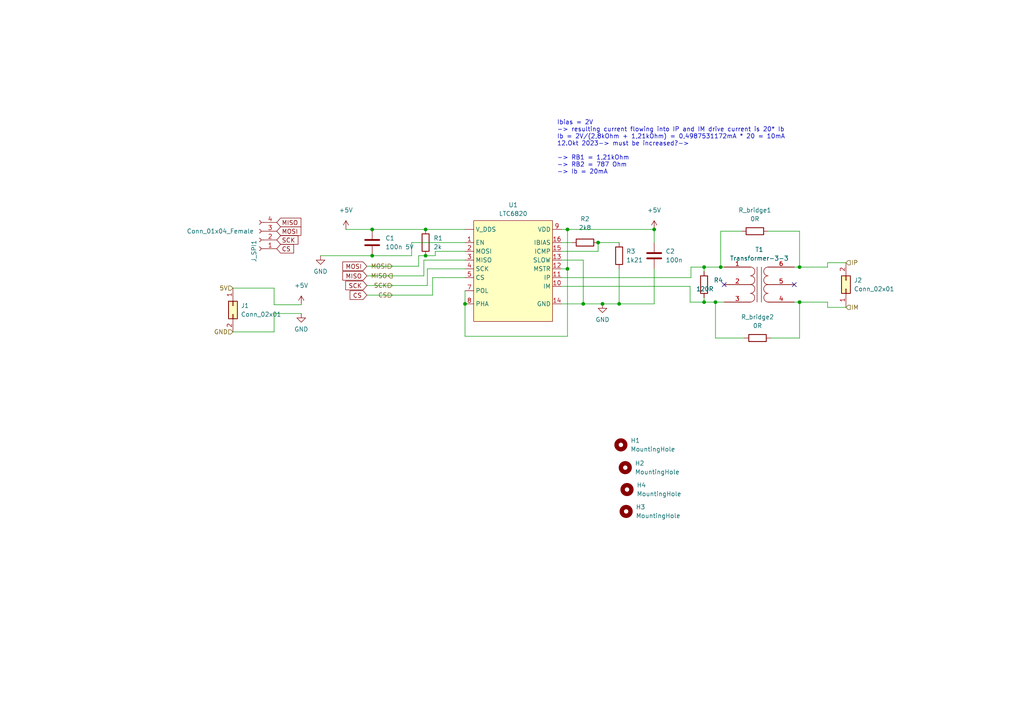
<source format=kicad_sch>
(kicad_sch (version 20230121) (generator eeschema)
  (paper "A4")
  (lib_symbols
    (symbol "Connector:Conn_01x04_Female" (pin_names (offset 1.016) hide)
      (property "Reference" "J" (at 0 5.08 0))
      (property "Value" "Conn_01x04_Female" (at 0 -7.62 0))
      (symbol "Conn_01x04_Female_1_1"
        (arc (start 0 -4.572) (mid -0.5058 -5.08) (end 0 -5.588) (stroke (width 0.1524)))
        (arc (start 0 -2.032) (mid -0.5058 -2.54) (end 0 -3.048) (stroke (width 0.1524)))
        (polyline (pts (xy -1.27 -5.08) (xy -0.508 -5.08)) (stroke (width 0.1524)))
        (polyline (pts (xy -1.27 -2.54) (xy -0.508 -2.54)) (stroke (width 0.1524)))
        (polyline (pts (xy -1.27 0) (xy -0.508 0)) (stroke (width 0.1524)))
        (polyline (pts (xy -1.27 2.54) (xy -0.508 2.54)) (stroke (width 0.1524)))
        (arc (start 0 0.508) (mid -0.5058 0) (end 0 -0.508) (stroke (width 0.1524)))
        (arc (start 0 3.048) (mid -0.5058 2.54) (end 0 2.032) (stroke (width 0.1524)))
        (pin passive line (at -5.08 2.54 0) (length 3.81) (name "Pin_1") (number "1"))
        (pin passive line (at -5.08 0 0) (length 3.81) (name "Pin_2") (number "2"))
        (pin passive line (at -5.08 -2.54 0) (length 3.81) (name "Pin_3") (number "3"))
        (pin passive line (at -5.08 -5.08 0) (length 3.81) (name "Pin_4") (number "4"))
      )
    )
    (symbol "Connector_Generic:Conn_02x01" (pin_names (offset 1.016) hide)
      (property "Reference" "J" (at 1.27 2.54 0))
      (property "Value" "Conn_02x01" (at 1.27 -2.54 0))
      (symbol "Conn_02x01_1_1"
        (rectangle (start -1.27 0.127) (end 0 -0.127) (stroke (width 0.1524)))
        (rectangle (start -1.27 1.27) (end 3.81 -1.27) (stroke (width 0.254)) (fill (type background)))
        (rectangle (start 3.81 0.127) (end 2.54 -0.127) (stroke (width 0.1524)))
        (pin passive line (at -5.08 0 0) (length 3.81) (name "Pin_1") (number "1"))
        (pin passive line (at 7.62 0 180) (length 3.81) (name "Pin_2") (number "2"))
      )
    )
    (symbol "Device:C" (pin_numbers hide) (pin_names (offset 0.254))
      (property "Reference" "C" (at 0.635 2.54 0))
      (property "Value" "C" (at 0.635 -2.54 0))
      (symbol "C_0_1"
        (polyline (pts (xy -2.032 -0.762) (xy 2.032 -0.762)) (stroke (width 0.508)))
        (polyline (pts (xy -2.032 0.762) (xy 2.032 0.762)) (stroke (width 0.508)))
      )
      (symbol "C_1_1"
        (pin passive line (at 0 3.81 270) (length 2.794) (name "~") (number "1"))
        (pin passive line (at 0 -3.81 90) (length 2.794) (name "~") (number "2"))
      )
    )
    (symbol "Device:R" (pin_numbers hide) (pin_names (offset 0))
      (property "Reference" "R" (at 2.032 0 90))
      (property "Value" "R" (at 0 0 90))
      (symbol "R_0_1"
        (rectangle (start -1.016 -2.54) (end 1.016 2.54) (stroke (width 0.254)))
      )
      (symbol "R_1_1"
        (pin passive line (at 0 3.81 270) (length 1.27) (name "~") (number "1"))
        (pin passive line (at 0 -3.81 90) (length 1.27) (name "~") (number "2"))
      )
    )
    (symbol "Mechanical:MountingHole" (pin_names (offset 1.016))
      (property "Reference" "H" (at 0 5.08 0))
      (property "Value" "MountingHole" (at 0 3.175 0))
      (symbol "MountingHole_0_1"
        (circle (center 0 0) (radius 1.27) (stroke (width 1.27)))
      )
    )
    (symbol "ProjectSymbl:LTC6820"
      (property "Reference" "U" (at 0 0 0))
      (property "Value" "LTC6820" (at 0 2.54 0))
      (symbol "LTC6820_0_1"
        (rectangle (start -11.43 -2.54) (end 11.43 -31.75) (fill (type background)))
      )
      (symbol "LTC6820_1_1"
        (pin input line (at -13.97 -5.08 0) (length 2.54) (name "V_DDS") (number ""))
        (pin input line (at -13.97 -8.89 0) (length 2.54) (name "EN") (number "1"))
        (pin input line (at 13.97 -21.59 180) (length 2.54) (name "IM") (number "10"))
        (pin input line (at 13.97 -19.05 180) (length 2.54) (name "IP") (number "11"))
        (pin input line (at 13.97 -16.51 180) (length 2.54) (name "MSTR") (number "12"))
        (pin input line (at 13.97 -13.97 180) (length 2.54) (name "SLOW") (number "13"))
        (pin input line (at 13.97 -26.67 180) (length 2.54) (name "GND") (number "14"))
        (pin input line (at 13.97 -11.43 180) (length 2.54) (name "ICMP") (number "15"))
        (pin input line (at 13.97 -8.89 180) (length 2.54) (name "IBIAS") (number "16"))
        (pin input line (at -13.97 -11.43 0) (length 2.54) (name "MOSI") (number "2"))
        (pin input line (at -13.97 -13.97 0) (length 2.54) (name "MISO") (number "3"))
        (pin input line (at -13.97 -16.51 0) (length 2.54) (name "SCK") (number "4"))
        (pin input line (at -13.97 -19.05 0) (length 2.54) (name "CS") (number "5"))
        (pin input line (at -13.97 -22.86 0) (length 2.54) (name "POL") (number "7"))
        (pin input line (at -13.97 -26.67 0) (length 2.54) (name "PHA") (number "8"))
        (pin input line (at 13.97 -5.08 180) (length 2.54) (name "VDD") (number "9"))
      )
    )
    (symbol "ProjectSymbl:Transformer-3-3" (pin_names (offset 1.016) hide)
      (property "Reference" "T" (at 0 6.35 0))
      (property "Value" "Transformer-3-3" (at 0 -7.62 0))
      (symbol "Transformer-3-3_0_1"
        (arc (start -2.5654 -5.0546) (mid -1.6851 -4.6902) (end -1.3208 -3.81))
        (arc (start -2.54 -2.5146) (mid -1.6599 -2.1501) (end -1.2954 -1.27))
        (arc (start -2.54 0.0254) (mid -1.6599 0.3899) (end -1.2954 1.27))
        (arc (start -2.54 2.5654) (mid -1.6599 2.9299) (end -1.2954 3.81))
        (arc (start -1.3208 -3.81) (mid -1.6711 -2.9085) (end -2.5654 -2.54))
        (arc (start -1.2954 -1.27) (mid -1.6457 -0.3683) (end -2.54 0))
        (arc (start -1.2954 1.27) (mid -1.6457 2.1717) (end -2.54 2.54))
        (arc (start -1.2954 3.81) (mid -1.6457 4.7117) (end -2.54 5.08))
        (polyline (pts (xy -0.635 5.08) (xy -0.635 -5.08)))
        (polyline (pts (xy 0.635 -5.08) (xy 0.635 5.08)))
        (arc (start 1.2954 -1.27) (mid 1.6599 -2.1501) (end 2.54 -2.5146))
        (arc (start 1.2954 1.27) (mid 1.6599 0.3899) (end 2.54 0.0254))
        (arc (start 1.2954 3.81) (mid 1.6599 2.9299) (end 2.54 2.5654))
        (arc (start 1.3208 -3.81) (mid 1.6853 -4.6901) (end 2.5654 -5.0546))
        (arc (start 2.54 0) (mid 1.642 -0.372) (end 1.2954 -1.27))
        (arc (start 2.54 2.54) (mid 1.642 2.168) (end 1.2954 1.27))
        (arc (start 2.54 5.08) (mid 1.642 4.708) (end 1.2954 3.81))
        (arc (start 2.5654 -2.54) (mid 1.6674 -2.912) (end 1.3208 -3.81))
      )
      (symbol "Transformer-3-3_1_1"
        (pin passive line (at -10.16 5.08 0) (length 7.62) (name "SB") (number "1"))
        (pin passive line (at -10.16 0 0) (length 7.62) (name "SC") (number "2"))
        (pin passive line (at -10.16 -5.08 0) (length 7.62) (name "SA") (number "3"))
        (pin passive line (at 10.16 -5.08 180) (length 7.62) (name "SA") (number "4"))
        (pin passive line (at 10.16 0 180) (length 7.62) (name "SC") (number "5"))
        (pin passive line (at 10.16 5.08 180) (length 7.62) (name "SB") (number "6"))
      )
    )
    (symbol "power:+5V" (power) (pin_names (offset 0))
      (property "Value" "+5V" (at 0 3.556 0))
      (symbol "+5V_0_1"
        (polyline (pts (xy -0.762 1.27) (xy 0 2.54)))
        (polyline (pts (xy 0 0) (xy 0 2.54)))
        (polyline (pts (xy 0 2.54) (xy 0.762 1.27)))
      )
      (symbol "+5V_1_1"
        (pin power_in line (at 0 0 90) (length 0) hide (name "+5V") (number "1"))
      )
    )
    (symbol "power:GND" (power) (pin_names (offset 0))
      (property "Value" "GND" (at 0 -3.81 0))
      (symbol "GND_0_1"
        (polyline (pts (xy 0 0) (xy 0 -1.27) (xy 1.27 -1.27) (xy 0 -2.54) (xy -1.27 -1.27) (xy 0 -1.27)))
      )
      (symbol "GND_1_1"
        (pin power_in line (at 0 0 270) (length 0) hide (name "GND") (number "1"))
      )
    )
  )
  (junction (at 207.518 87.63))
  (junction (at 123.444 66.548))
  (junction (at 107.95 74.168))
  (junction (at 134.874 88.138))
  (junction (at 164.592 77.978))
  (junction (at 174.752 88.138))
  (junction (at 169.164 88.138))
  (junction (at 231.902 87.63))
  (junction (at 179.578 88.138))
  (junction (at 204.216 87.63))
  (junction (at 231.902 77.47))
  (junction (at 123.444 74.168))
  (junction (at 189.738 66.548))
  (junction (at 164.592 66.548))
  (junction (at 107.95 66.548))
  (junction (at 209.042 77.47))
  (junction (at 204.216 77.47))
  (junction (at 173.482 70.358))
  (no_connect (at 210.058 82.55))
  (no_connect (at 230.378 82.55))
  (wire (pts (xy 207.518 87.63) (xy 210.058 87.63)))
  (wire (pts (xy 200.152 87.63) (xy 204.216 87.63)))
  (wire (pts (xy 125.476 80.518) (xy 125.476 85.598)))
  (wire (pts (xy 122.936 75.438) (xy 122.936 80.01)))
  (wire (pts (xy 164.592 97.536) (xy 164.592 77.978)))
  (wire (pts (xy 106.426 77.216) (xy 121.412 77.216)))
  (wire (pts (xy 189.738 66.548) (xy 189.738 70.358)))
  (wire (pts (xy 209.042 67.056) (xy 215.138 67.056)))
  (wire (pts (xy 240.03 76.2) (xy 245.364 76.2)))
  (wire (pts (xy 245.364 89.154) (xy 245.364 88.9)))
  (wire (pts (xy 134.874 88.138) (xy 134.874 97.536)))
  (wire (pts (xy 179.578 88.138) (xy 174.752 88.138)))
  (wire (pts (xy 162.814 75.438) (xy 169.164 75.438)))
  (wire (pts (xy 204.216 77.47) (xy 204.216 78.74)))
  (wire (pts (xy 79.502 90.932) (xy 87.376 90.932)))
  (wire (pts (xy 79.502 83.566) (xy 67.564 83.566)))
  (wire (pts (xy 231.902 77.47) (xy 240.03 77.47)))
  (wire (pts (xy 134.874 97.536) (xy 164.592 97.536)))
  (wire (pts (xy 122.936 80.01) (xy 106.426 80.01)))
  (wire (pts (xy 164.592 77.978) (xy 162.814 77.978)))
  (wire (pts (xy 107.95 66.548) (xy 123.444 66.548)))
  (wire (pts (xy 162.814 72.898) (xy 173.482 72.898)))
  (wire (pts (xy 240.03 87.63) (xy 240.03 89.154)))
  (wire (pts (xy 215.9 98.044) (xy 207.518 98.044)))
  (wire (pts (xy 92.964 74.168) (xy 107.95 74.168)))
  (wire (pts (xy 67.564 96.266) (xy 79.502 96.266)))
  (wire (pts (xy 106.426 82.804) (xy 123.952 82.804)))
  (wire (pts (xy 231.902 87.63) (xy 240.03 87.63)))
  (wire (pts (xy 125.476 85.598) (xy 106.426 85.598)))
  (wire (pts (xy 107.95 74.168) (xy 119.38 74.168)))
  (wire (pts (xy 174.752 88.138) (xy 169.164 88.138)))
  (wire (pts (xy 204.216 87.63) (xy 207.518 87.63)))
  (wire (pts (xy 230.378 77.47) (xy 231.902 77.47)))
  (wire (pts (xy 79.502 88.392) (xy 79.502 83.566)))
  (wire (pts (xy 200.406 77.47) (xy 204.216 77.47)))
  (wire (pts (xy 121.412 74.168) (xy 121.412 77.216)))
  (wire (pts (xy 169.164 75.438) (xy 169.164 88.138)))
  (wire (pts (xy 179.578 77.978) (xy 179.578 88.138)))
  (wire (pts (xy 134.874 80.518) (xy 125.476 80.518)))
  (wire (pts (xy 189.738 77.978) (xy 189.738 88.138)))
  (wire (pts (xy 207.518 87.63) (xy 207.518 98.044)))
  (wire (pts (xy 169.164 88.138) (xy 162.814 88.138)))
  (wire (pts (xy 204.216 86.36) (xy 204.216 87.63)))
  (wire (pts (xy 134.874 84.328) (xy 134.874 88.138)))
  (wire (pts (xy 231.902 67.056) (xy 231.902 77.47)))
  (wire (pts (xy 134.874 77.978) (xy 123.952 77.978)))
  (wire (pts (xy 162.814 80.518) (xy 200.406 80.518)))
  (wire (pts (xy 100.33 66.548) (xy 107.95 66.548)))
  (wire (pts (xy 164.592 66.548) (xy 162.814 66.548)))
  (wire (pts (xy 126.238 72.898) (xy 126.238 74.168)))
  (wire (pts (xy 200.152 83.058) (xy 200.152 87.63)))
  (wire (pts (xy 123.444 66.548) (xy 134.874 66.548)))
  (wire (pts (xy 240.03 77.47) (xy 240.03 76.2)))
  (wire (pts (xy 79.502 96.266) (xy 79.502 90.932)))
  (wire (pts (xy 164.592 66.548) (xy 189.738 66.548)))
  (wire (pts (xy 134.874 70.358) (xy 119.38 70.358)))
  (wire (pts (xy 209.042 77.47) (xy 209.042 67.056)))
  (wire (pts (xy 173.482 72.898) (xy 173.482 70.358)))
  (wire (pts (xy 231.902 87.63) (xy 231.902 98.044)))
  (wire (pts (xy 209.042 77.47) (xy 210.058 77.47)))
  (wire (pts (xy 134.874 72.898) (xy 126.238 72.898)))
  (wire (pts (xy 134.874 75.438) (xy 122.936 75.438)))
  (wire (pts (xy 240.03 89.154) (xy 245.364 89.154)))
  (wire (pts (xy 200.406 80.518) (xy 200.406 77.47)))
  (wire (pts (xy 119.38 70.358) (xy 119.38 74.168)))
  (wire (pts (xy 222.758 67.056) (xy 231.902 67.056)))
  (wire (pts (xy 126.238 74.168) (xy 123.444 74.168)))
  (wire (pts (xy 189.738 88.138) (xy 179.578 88.138)))
  (wire (pts (xy 231.902 98.044) (xy 223.52 98.044)))
  (wire (pts (xy 123.444 74.168) (xy 121.412 74.168)))
  (wire (pts (xy 173.482 70.358) (xy 179.578 70.358)))
  (wire (pts (xy 204.216 77.47) (xy 209.042 77.47)))
  (wire (pts (xy 79.502 88.392) (xy 87.376 88.392)))
  (wire (pts (xy 164.592 77.978) (xy 164.592 66.548)))
  (wire (pts (xy 230.378 87.63) (xy 231.902 87.63)))
  (wire (pts (xy 162.814 83.058) (xy 200.152 83.058)))
  (wire (pts (xy 162.814 70.358) (xy 165.862 70.358)))
  (wire (pts (xy 123.952 82.804) (xy 123.952 77.978)))
  (text "Ibias = 2V\n-> resulting current flowing into IP and IM drive current is 20* Ib\nIb = 2V/(2,8kOhm + 1,21kOhm) = 0,4987531172mA * 20 = 10mA\n12.Okt 2023-> must be increased?->\n\n-> RB1 = 1,21kOhm \n-> RB2 = 787 Ohm\n-> Ib = 20mA\n" (at 161.544 50.673 0) (effects (font (size 1.27 1.27)) (justify left bottom)))
  (global_label "CS" (shape input) (at 106.426 85.598 180) (property "Intersheetrefs" "${INTERSHEET_REFS}" (effects hide)))
  (global_label "MISO" (shape input) (at 80.264 64.516 0) (property "Intersheetrefs" "${INTERSHEET_REFS}" (effects hide)))
  (global_label "MISO" (shape input) (at 106.426 80.01 180) (property "Intersheetrefs" "${INTERSHEET_REFS}" (effects hide)))
  (global_label "SCK" (shape input) (at 80.264 69.596 0) (property "Intersheetrefs" "${INTERSHEET_REFS}" (effects hide)))
  (global_label "MOSI" (shape input) (at 80.264 67.056 0) (property "Intersheetrefs" "${INTERSHEET_REFS}" (effects hide)))
  (global_label "SCK" (shape input) (at 106.426 82.804 180) (property "Intersheetrefs" "${INTERSHEET_REFS}" (effects hide)))
  (global_label "CS" (shape input) (at 80.264 72.136 0) (property "Intersheetrefs" "${INTERSHEET_REFS}" (effects hide)))
  (global_label "MOSI" (shape input) (at 106.426 77.216 180) (property "Intersheetrefs" "${INTERSHEET_REFS}" (effects hide)))
  (hierarchical_label "MISO" (shape output) (at 113.792 80.01 180))
  (hierarchical_label "CS" (shape input) (at 113.792 85.598 180))
  (hierarchical_label "5V" (shape input) (at 67.564 83.566 180))
  (hierarchical_label "SCK" (shape input) (at 113.792 82.804 180))
  (hierarchical_label "MOSI" (shape input) (at 113.792 77.216 180))
  (hierarchical_label "IP" (shape input) (at 245.364 76.2 0))
  (hierarchical_label "IM" (shape input) (at 245.364 89.154 0))
  (hierarchical_label "GND" (shape input) (at 67.564 96.266 180))
  (symbol (lib_id "ProjectSymbl:Transformer-3-3") (at 220.218 82.55 0) (unit 1)
    (property "Reference" "T1" (at 220.218 72.39 0))
    (property "Value" "Transformer-3-3" (at 220.218 74.93 0))
    (property "Footprint" "projectLib:HM2146NL" (effects hide))
  )
  (symbol (lib_id "power:+5V") (at 100.33 66.548 0) (unit 1)
    (property "Reference" "#PWR0101" (effects hide))
    (property "Value" "+5V" (at 100.33 60.96 0))
  )
  (symbol (lib_id "power:GND") (at 92.964 74.168 0) (unit 1)
    (property "Reference" "#PWR0102" (effects hide))
    (property "Value" "GND" (at 92.964 78.74 0))
  )
  (symbol (lib_id "Device:R") (at 169.672 70.358 90) (unit 1)
    (property "Reference" "R2" (at 169.672 63.5 90))
    (property "Value" "2k8" (at 169.672 66.04 90))
    (property "Footprint" "Resistor_SMD:R_1206_3216Metric_Pad1.30x1.75mm_HandSolder" (effects hide))
  )
  (symbol (lib_id "Device:C") (at 107.95 70.358 0) (unit 1)
    (property "Reference" "C1" (at 111.76 69.0879 0) (effects (justify left)))
    (property "Value" "100n 5V" (at 111.76 71.6279 0) (effects (justify left)))
    (property "Footprint" "Capacitor_SMD:C_1206_3216Metric_Pad1.33x1.80mm_HandSolder" (effects hide))
  )
  (symbol (lib_id "power:+5V") (at 189.738 66.548 0) (unit 1)
    (property "Reference" "#PWR0105" (effects hide))
    (property "Value" "+5V" (at 189.738 60.96 0))
  )
  (symbol (lib_id "power:+5V") (at 87.376 88.392 0) (unit 1)
    (property "Reference" "#PWR0103" (effects hide))
    (property "Value" "+5V" (at 87.376 82.804 0))
  )
  (symbol (lib_id "Device:C") (at 189.738 74.168 0) (unit 1)
    (property "Reference" "C2" (at 193.04 72.8979 0) (effects (justify left)))
    (property "Value" "100n" (at 193.04 75.4379 0) (effects (justify left)))
    (property "Footprint" "Capacitor_SMD:C_1206_3216Metric_Pad1.33x1.80mm_HandSolder" (effects hide))
  )
  (symbol (lib_id "Device:R") (at 179.578 74.168 0) (unit 1)
    (property "Reference" "R3" (at 181.61 72.8979 0) (effects (justify left)))
    (property "Value" "1k21" (at 181.61 75.4379 0) (effects (justify left)))
    (property "Footprint" "Resistor_SMD:R_1206_3216Metric_Pad1.30x1.75mm_HandSolder" (effects hide))
  )
  (symbol (lib_id "Connector:Conn_01x04_Female") (at 75.184 69.596 180) (unit 1)
    (property "Reference" "J_SPI1" (at 73.66 69.5961 90) (effects (justify left)))
    (property "Value" "Conn_01x04_Female" (at 73.66 67.0561 0) (effects (justify left)))
    (property "Footprint" "Connector_Molex:Molex_Micro-Fit_3.0_43650-0415_1x04_P3.00mm_Vertical" (effects hide))
  )
  (symbol (lib_id "Connector_Generic:Conn_02x01") (at 67.564 88.646 270) (unit 1)
    (property "Reference" "J1" (at 69.85 88.6459 90) (effects (justify left)))
    (property "Value" "Conn_02x01" (at 69.85 91.1859 90) (effects (justify left)))
    (property "Footprint" "Connector_Molex:Molex_Micro-Fit_3.0_43045-0212_2x01_P3.00mm_Vertical" (effects hide))
  )
  (symbol (lib_id "Device:R") (at 219.71 98.044 90) (unit 1)
    (property "Reference" "R_bridge2" (at 219.71 91.948 90))
    (property "Value" "0R" (at 219.71 94.488 90))
    (property "Footprint" "Resistor_SMD:R_1206_3216Metric_Pad1.30x1.75mm_HandSolder" (effects hide))
  )
  (symbol (lib_id "Mechanical:MountingHole") (at 181.356 135.636 0) (unit 1)
    (property "Reference" "H2" (at 184.15 134.3659 0) (effects (justify left)))
    (property "Value" "MountingHole" (at 184.15 136.9059 0) (effects (justify left)))
    (property "Footprint" "MountingHole:MountingHole_3.2mm_M3_DIN965" (effects hide))
  )
  (symbol (lib_id "power:GND") (at 87.376 90.932 0) (unit 1)
    (property "Reference" "#PWR0104" (effects hide))
    (property "Value" "GND" (at 87.376 95.504 0))
  )
  (symbol (lib_id "Mechanical:MountingHole") (at 181.864 141.986 0) (unit 1)
    (property "Reference" "H4" (at 184.658 140.7159 0) (effects (justify left)))
    (property "Value" "MountingHole" (at 184.658 143.2559 0) (effects (justify left)))
    (property "Footprint" "MountingHole:MountingHole_3.2mm_M3_DIN965" (effects hide))
  )
  (symbol (lib_id "Mechanical:MountingHole") (at 181.61 148.336 0) (unit 1)
    (property "Reference" "H3" (at 184.404 147.0659 0) (effects (justify left)))
    (property "Value" "MountingHole" (at 184.404 149.6059 0) (effects (justify left)))
    (property "Footprint" "MountingHole:MountingHole_3.2mm_M3_DIN965" (effects hide))
  )
  (symbol (lib_id "Device:R") (at 218.948 67.056 90) (unit 1)
    (property "Reference" "R_bridge1" (at 218.948 60.96 90))
    (property "Value" "0R" (at 218.948 63.5 90))
    (property "Footprint" "Resistor_SMD:R_1206_3216Metric_Pad1.30x1.75mm_HandSolder" (effects hide))
  )
  (symbol (lib_id "Connector_Generic:Conn_02x01") (at 245.364 83.82 90) (unit 1)
    (property "Reference" "J2" (at 247.65 81.2799 90) (effects (justify right)))
    (property "Value" "Conn_02x01" (at 247.65 83.8199 90) (effects (justify right)))
    (property "Footprint" "Connector_Molex:Molex_Micro-Fit_3.0_43045-0212_2x01_P3.00mm_Vertical" (effects hide))
  )
  (symbol (lib_id "power:GND") (at 174.752 88.138 0) (unit 1)
    (property "Reference" "#PWR0106" (effects hide))
    (property "Value" "GND" (at 174.752 92.71 0))
  )
  (symbol (lib_id "Device:R") (at 204.216 82.55 0) (unit 1)
    (property "Reference" "R4" (at 207.01 81.2799 0) (effects (justify left)))
    (property "Value" "120R" (at 207.01 83.8199 0) (effects (justify right)))
    (property "Footprint" "Resistor_SMD:R_1206_3216Metric_Pad1.30x1.75mm_HandSolder" (effects hide))
  )
  (symbol (lib_id "ProjectSymbl:LTC6820") (at 148.844 61.468 0) (unit 1)
    (property "Reference" "U1" (at 148.844 59.436 0))
    (property "Value" "LTC6820" (at 148.844 61.976 0))
    (property "Footprint" "projectLib:LTC6820_MSOP-16" (effects hide))
  )
  (symbol (lib_id "Mechanical:MountingHole") (at 180.086 129.032 0) (unit 1)
    (property "Reference" "H1" (at 182.88 127.7619 0) (effects (justify left)))
    (property "Value" "MountingHole" (at 182.88 130.3019 0) (effects (justify left)))
    (property "Footprint" "MountingHole:MountingHole_3.2mm_M3_DIN965" (effects hide))
  )
  (symbol (lib_id "Device:R") (at 123.444 70.358 0) (unit 1)
    (property "Reference" "R1" (at 125.73 69.0879 0) (effects (justify left)))
    (property "Value" "2k" (at 125.73 71.6279 0) (effects (justify left)))
    (property "Footprint" "Resistor_SMD:R_1206_3216Metric_Pad1.30x1.75mm_HandSolder" (effects hide))
  )
)
</source>
